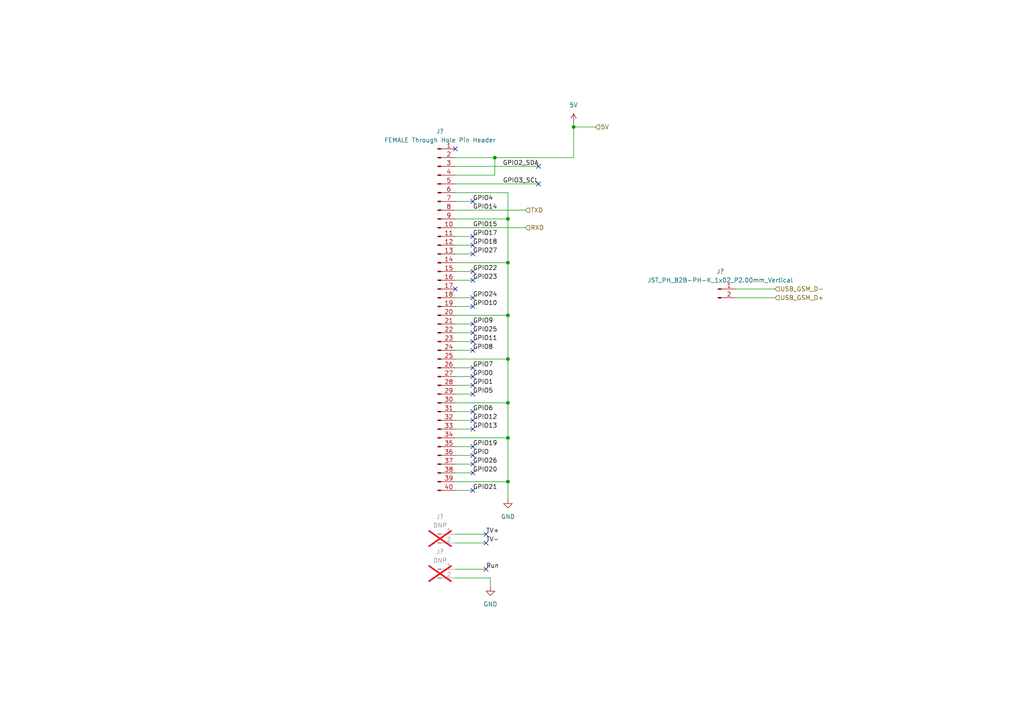
<source format=kicad_sch>
(kicad_sch (version 20230819) (generator eeschema)
  (paper "A4")
  (lib_symbols
    (symbol "Connector:Conn_01x02_Pin" (pin_names (offset 1.016) hide)
      (property "Reference" "J" (at 0 2.54 0))
      (property "Value" "Conn_01x02_Pin" (at 0 -5.08 0))
      (symbol "Conn_01x02_Pin_1_1"
        (polyline (pts (xy 1.27 -2.54) (xy 0.8636 -2.54)) (stroke (width 0.1524)))
        (polyline (pts (xy 1.27 0) (xy 0.8636 0)) (stroke (width 0.1524)))
        (rectangle (start 0.8636 -2.413) (end 0 -2.667) (stroke (width 0.1524)) (fill (type outline)))
        (rectangle (start 0.8636 0.127) (end 0 -0.127) (stroke (width 0.1524)) (fill (type outline)))
        (pin passive line (at 5.08 0 180) (length 3.81) (name "Pin_1") (number "1"))
        (pin passive line (at 5.08 -2.54 180) (length 3.81) (name "Pin_2") (number "2"))
      )
    )
    (symbol "Connector:Conn_01x40_Pin" (pin_names (offset 1.016) hide)
      (property "Reference" "J" (at 0 50.8 0))
      (property "Value" "Conn_01x40_Pin" (at 0 -53.34 0))
      (symbol "Conn_01x40_Pin_1_1"
        (polyline (pts (xy 1.27 -50.8) (xy 0.8636 -50.8)) (stroke (width 0.1524)))
        (polyline (pts (xy 1.27 -48.26) (xy 0.8636 -48.26)) (stroke (width 0.1524)))
        (polyline (pts (xy 1.27 -45.72) (xy 0.8636 -45.72)) (stroke (width 0.1524)))
        (polyline (pts (xy 1.27 -43.18) (xy 0.8636 -43.18)) (stroke (width 0.1524)))
        (polyline (pts (xy 1.27 -40.64) (xy 0.8636 -40.64)) (stroke (width 0.1524)))
        (polyline (pts (xy 1.27 -38.1) (xy 0.8636 -38.1)) (stroke (width 0.1524)))
        (polyline (pts (xy 1.27 -35.56) (xy 0.8636 -35.56)) (stroke (width 0.1524)))
        (polyline (pts (xy 1.27 -33.02) (xy 0.8636 -33.02)) (stroke (width 0.1524)))
        (polyline (pts (xy 1.27 -30.48) (xy 0.8636 -30.48)) (stroke (width 0.1524)))
        (polyline (pts (xy 1.27 -27.94) (xy 0.8636 -27.94)) (stroke (width 0.1524)))
        (polyline (pts (xy 1.27 -25.4) (xy 0.8636 -25.4)) (stroke (width 0.1524)))
        (polyline (pts (xy 1.27 -22.86) (xy 0.8636 -22.86)) (stroke (width 0.1524)))
        (polyline (pts (xy 1.27 -20.32) (xy 0.8636 -20.32)) (stroke (width 0.1524)))
        (polyline (pts (xy 1.27 -17.78) (xy 0.8636 -17.78)) (stroke (width 0.1524)))
        (polyline (pts (xy 1.27 -15.24) (xy 0.8636 -15.24)) (stroke (width 0.1524)))
        (polyline (pts (xy 1.27 -12.7) (xy 0.8636 -12.7)) (stroke (width 0.1524)))
        (polyline (pts (xy 1.27 -10.16) (xy 0.8636 -10.16)) (stroke (width 0.1524)))
        (polyline (pts (xy 1.27 -7.62) (xy 0.8636 -7.62)) (stroke (width 0.1524)))
        (polyline (pts (xy 1.27 -5.08) (xy 0.8636 -5.08)) (stroke (width 0.1524)))
        (polyline (pts (xy 1.27 -2.54) (xy 0.8636 -2.54)) (stroke (width 0.1524)))
        (polyline (pts (xy 1.27 0) (xy 0.8636 0)) (stroke (width 0.1524)))
        (polyline (pts (xy 1.27 2.54) (xy 0.8636 2.54)) (stroke (width 0.1524)))
        (polyline (pts (xy 1.27 5.08) (xy 0.8636 5.08)) (stroke (width 0.1524)))
        (polyline (pts (xy 1.27 7.62) (xy 0.8636 7.62)) (stroke (width 0.1524)))
        (polyline (pts (xy 1.27 10.16) (xy 0.8636 10.16)) (stroke (width 0.1524)))
        (polyline (pts (xy 1.27 12.7) (xy 0.8636 12.7)) (stroke (width 0.1524)))
        (polyline (pts (xy 1.27 15.24) (xy 0.8636 15.24)) (stroke (width 0.1524)))
        (polyline (pts (xy 1.27 17.78) (xy 0.8636 17.78)) (stroke (width 0.1524)))
        (polyline (pts (xy 1.27 20.32) (xy 0.8636 20.32)) (stroke (width 0.1524)))
        (polyline (pts (xy 1.27 22.86) (xy 0.8636 22.86)) (stroke (width 0.1524)))
        (polyline (pts (xy 1.27 25.4) (xy 0.8636 25.4)) (stroke (width 0.1524)))
        (polyline (pts (xy 1.27 27.94) (xy 0.8636 27.94)) (stroke (width 0.1524)))
        (polyline (pts (xy 1.27 30.48) (xy 0.8636 30.48)) (stroke (width 0.1524)))
        (polyline (pts (xy 1.27 33.02) (xy 0.8636 33.02)) (stroke (width 0.1524)))
        (polyline (pts (xy 1.27 35.56) (xy 0.8636 35.56)) (stroke (width 0.1524)))
        (polyline (pts (xy 1.27 38.1) (xy 0.8636 38.1)) (stroke (width 0.1524)))
        (polyline (pts (xy 1.27 40.64) (xy 0.8636 40.64)) (stroke (width 0.1524)))
        (polyline (pts (xy 1.27 43.18) (xy 0.8636 43.18)) (stroke (width 0.1524)))
        (polyline (pts (xy 1.27 45.72) (xy 0.8636 45.72)) (stroke (width 0.1524)))
        (polyline (pts (xy 1.27 48.26) (xy 0.8636 48.26)) (stroke (width 0.1524)))
        (rectangle (start 0.8636 -50.673) (end 0 -50.927) (stroke (width 0.1524)) (fill (type outline)))
        (rectangle (start 0.8636 -48.133) (end 0 -48.387) (stroke (width 0.1524)) (fill (type outline)))
        (rectangle (start 0.8636 -45.593) (end 0 -45.847) (stroke (width 0.1524)) (fill (type outline)))
        (rectangle (start 0.8636 -43.053) (end 0 -43.307) (stroke (width 0.1524)) (fill (type outline)))
        (rectangle (start 0.8636 -40.513) (end 0 -40.767) (stroke (width 0.1524)) (fill (type outline)))
        (rectangle (start 0.8636 -37.973) (end 0 -38.227) (stroke (width 0.1524)) (fill (type outline)))
        (rectangle (start 0.8636 -35.433) (end 0 -35.687) (stroke (width 0.1524)) (fill (type outline)))
        (rectangle (start 0.8636 -32.893) (end 0 -33.147) (stroke (width 0.1524)) (fill (type outline)))
        (rectangle (start 0.8636 -30.353) (end 0 -30.607) (stroke (width 0.1524)) (fill (type outline)))
        (rectangle (start 0.8636 -27.813) (end 0 -28.067) (stroke (width 0.1524)) (fill (type outline)))
        (rectangle (start 0.8636 -25.273) (end 0 -25.527) (stroke (width 0.1524)) (fill (type outline)))
        (rectangle (start 0.8636 -22.733) (end 0 -22.987) (stroke (width 0.1524)) (fill (type outline)))
        (rectangle (start 0.8636 -20.193) (end 0 -20.447) (stroke (width 0.1524)) (fill (type outline)))
        (rectangle (start 0.8636 -17.653) (end 0 -17.907) (stroke (width 0.1524)) (fill (type outline)))
        (rectangle (start 0.8636 -15.113) (end 0 -15.367) (stroke (width 0.1524)) (fill (type outline)))
        (rectangle (start 0.8636 -12.573) (end 0 -12.827) (stroke (width 0.1524)) (fill (type outline)))
        (rectangle (start 0.8636 -10.033) (end 0 -10.287) (stroke (width 0.1524)) (fill (type outline)))
        (rectangle (start 0.8636 -7.493) (end 0 -7.747) (stroke (width 0.1524)) (fill (type outline)))
        (rectangle (start 0.8636 -4.953) (end 0 -5.207) (stroke (width 0.1524)) (fill (type outline)))
        (rectangle (start 0.8636 -2.413) (end 0 -2.667) (stroke (width 0.1524)) (fill (type outline)))
        (rectangle (start 0.8636 0.127) (end 0 -0.127) (stroke (width 0.1524)) (fill (type outline)))
        (rectangle (start 0.8636 2.667) (end 0 2.413) (stroke (width 0.1524)) (fill (type outline)))
        (rectangle (start 0.8636 5.207) (end 0 4.953) (stroke (width 0.1524)) (fill (type outline)))
        (rectangle (start 0.8636 7.747) (end 0 7.493) (stroke (width 0.1524)) (fill (type outline)))
        (rectangle (start 0.8636 10.287) (end 0 10.033) (stroke (width 0.1524)) (fill (type outline)))
        (rectangle (start 0.8636 12.827) (end 0 12.573) (stroke (width 0.1524)) (fill (type outline)))
        (rectangle (start 0.8636 15.367) (end 0 15.113) (stroke (width 0.1524)) (fill (type outline)))
        (rectangle (start 0.8636 17.907) (end 0 17.653) (stroke (width 0.1524)) (fill (type outline)))
        (rectangle (start 0.8636 20.447) (end 0 20.193) (stroke (width 0.1524)) (fill (type outline)))
        (rectangle (start 0.8636 22.987) (end 0 22.733) (stroke (width 0.1524)) (fill (type outline)))
        (rectangle (start 0.8636 25.527) (end 0 25.273) (stroke (width 0.1524)) (fill (type outline)))
        (rectangle (start 0.8636 28.067) (end 0 27.813) (stroke (width 0.1524)) (fill (type outline)))
        (rectangle (start 0.8636 30.607) (end 0 30.353) (stroke (width 0.1524)) (fill (type outline)))
        (rectangle (start 0.8636 33.147) (end 0 32.893) (stroke (width 0.1524)) (fill (type outline)))
        (rectangle (start 0.8636 35.687) (end 0 35.433) (stroke (width 0.1524)) (fill (type outline)))
        (rectangle (start 0.8636 38.227) (end 0 37.973) (stroke (width 0.1524)) (fill (type outline)))
        (rectangle (start 0.8636 40.767) (end 0 40.513) (stroke (width 0.1524)) (fill (type outline)))
        (rectangle (start 0.8636 43.307) (end 0 43.053) (stroke (width 0.1524)) (fill (type outline)))
        (rectangle (start 0.8636 45.847) (end 0 45.593) (stroke (width 0.1524)) (fill (type outline)))
        (rectangle (start 0.8636 48.387) (end 0 48.133) (stroke (width 0.1524)) (fill (type outline)))
        (pin passive line (at 5.08 48.26 180) (length 3.81) (name "Pin_1") (number "1"))
        (pin passive line (at 5.08 25.4 180) (length 3.81) (name "Pin_10") (number "10"))
        (pin passive line (at 5.08 22.86 180) (length 3.81) (name "Pin_11") (number "11"))
        (pin passive line (at 5.08 20.32 180) (length 3.81) (name "Pin_12") (number "12"))
        (pin passive line (at 5.08 17.78 180) (length 3.81) (name "Pin_13") (number "13"))
        (pin passive line (at 5.08 15.24 180) (length 3.81) (name "Pin_14") (number "14"))
        (pin passive line (at 5.08 12.7 180) (length 3.81) (name "Pin_15") (number "15"))
        (pin passive line (at 5.08 10.16 180) (length 3.81) (name "Pin_16") (number "16"))
        (pin passive line (at 5.08 7.62 180) (length 3.81) (name "Pin_17") (number "17"))
        (pin passive line (at 5.08 5.08 180) (length 3.81) (name "Pin_18") (number "18"))
        (pin passive line (at 5.08 2.54 180) (length 3.81) (name "Pin_19") (number "19"))
        (pin passive line (at 5.08 45.72 180) (length 3.81) (name "Pin_2") (number "2"))
        (pin passive line (at 5.08 0 180) (length 3.81) (name "Pin_20") (number "20"))
        (pin passive line (at 5.08 -2.54 180) (length 3.81) (name "Pin_21") (number "21"))
        (pin passive line (at 5.08 -5.08 180) (length 3.81) (name "Pin_22") (number "22"))
        (pin passive line (at 5.08 -7.62 180) (length 3.81) (name "Pin_23") (number "23"))
        (pin passive line (at 5.08 -10.16 180) (length 3.81) (name "Pin_24") (number "24"))
        (pin passive line (at 5.08 -12.7 180) (length 3.81) (name "Pin_25") (number "25"))
        (pin passive line (at 5.08 -15.24 180) (length 3.81) (name "Pin_26") (number "26"))
        (pin passive line (at 5.08 -17.78 180) (length 3.81) (name "Pin_27") (number "27"))
        (pin passive line (at 5.08 -20.32 180) (length 3.81) (name "Pin_28") (number "28"))
        (pin passive line (at 5.08 -22.86 180) (length 3.81) (name "Pin_29") (number "29"))
        (pin passive line (at 5.08 43.18 180) (length 3.81) (name "Pin_3") (number "3"))
        (pin passive line (at 5.08 -25.4 180) (length 3.81) (name "Pin_30") (number "30"))
        (pin passive line (at 5.08 -27.94 180) (length 3.81) (name "Pin_31") (number "31"))
        (pin passive line (at 5.08 -30.48 180) (length 3.81) (name "Pin_32") (number "32"))
        (pin passive line (at 5.08 -33.02 180) (length 3.81) (name "Pin_33") (number "33"))
        (pin passive line (at 5.08 -35.56 180) (length 3.81) (name "Pin_34") (number "34"))
        (pin passive line (at 5.08 -38.1 180) (length 3.81) (name "Pin_35") (number "35"))
        (pin passive line (at 5.08 -40.64 180) (length 3.81) (name "Pin_36") (number "36"))
        (pin passive line (at 5.08 -43.18 180) (length 3.81) (name "Pin_37") (number "37"))
        (pin passive line (at 5.08 -45.72 180) (length 3.81) (name "Pin_38") (number "38"))
        (pin passive line (at 5.08 -48.26 180) (length 3.81) (name "Pin_39") (number "39"))
        (pin passive line (at 5.08 40.64 180) (length 3.81) (name "Pin_4") (number "4"))
        (pin passive line (at 5.08 -50.8 180) (length 3.81) (name "Pin_40") (number "40"))
        (pin passive line (at 5.08 38.1 180) (length 3.81) (name "Pin_5") (number "5"))
        (pin passive line (at 5.08 35.56 180) (length 3.81) (name "Pin_6") (number "6"))
        (pin passive line (at 5.08 33.02 180) (length 3.81) (name "Pin_7") (number "7"))
        (pin passive line (at 5.08 30.48 180) (length 3.81) (name "Pin_8") (number "8"))
        (pin passive line (at 5.08 27.94 180) (length 3.81) (name "Pin_9") (number "9"))
      )
    )
    (symbol "power:+1V0" (power) (pin_names (offset 0))
      (property "Value" "+1V0" (at 0 3.556 0))
      (symbol "+1V0_0_1"
        (polyline (pts (xy -0.762 1.27) (xy 0 2.54)))
        (polyline (pts (xy 0 0) (xy 0 2.54)))
        (polyline (pts (xy 0 2.54) (xy 0.762 1.27)))
      )
      (symbol "+1V0_1_1"
        (pin power_in line (at 0 0 90) (length 0) hide (name "+1V0") (number "1"))
      )
    )
    (symbol "power:GND" (power) (pin_names (offset 0))
      (property "Value" "GND" (at 0 -3.81 0))
      (symbol "GND_0_1"
        (polyline (pts (xy 0 0) (xy 0 -1.27) (xy 1.27 -1.27) (xy 0 -2.54) (xy -1.27 -1.27) (xy 0 -1.27)))
      )
      (symbol "GND_1_1"
        (pin power_in line (at 0 0 270) (length 0) hide (name "GND") (number "1"))
      )
    )
  )
  (junction (at 147.32 63.5))
  (junction (at 147.32 91.44))
  (junction (at 166.37 36.83))
  (junction (at 143.51 45.72))
  (junction (at 147.32 127))
  (junction (at 147.32 76.2))
  (junction (at 147.32 104.14))
  (junction (at 147.32 139.7))
  (junction (at 147.32 116.84))
  (no_connect (at 137.16 96.52))
  (no_connect (at 137.16 71.12))
  (no_connect (at 132.08 83.82))
  (no_connect (at 137.16 142.24))
  (no_connect (at 137.16 129.54))
  (no_connect (at 156.21 48.26))
  (no_connect (at 137.16 86.36))
  (no_connect (at 137.16 121.92))
  (no_connect (at 140.97 165.1))
  (no_connect (at 137.16 132.08))
  (no_connect (at 137.16 99.06))
  (no_connect (at 137.16 58.42))
  (no_connect (at 137.16 68.58))
  (no_connect (at 156.21 53.34))
  (no_connect (at 137.16 137.16))
  (no_connect (at 137.16 106.68))
  (no_connect (at 137.16 88.9))
  (no_connect (at 140.97 154.94))
  (no_connect (at 137.16 93.98))
  (no_connect (at 137.16 78.74))
  (no_connect (at 137.16 114.3))
  (no_connect (at 137.16 134.62))
  (no_connect (at 137.16 111.76))
  (no_connect (at 140.97 157.48))
  (no_connect (at 137.16 109.22))
  (no_connect (at 137.16 119.38))
  (no_connect (at 137.16 101.6))
  (no_connect (at 137.16 124.46))
  (no_connect (at 137.16 73.66))
  (no_connect (at 132.08 43.18))
  (no_connect (at 137.16 81.28))
  (wire (pts (xy 132.08 55.88) (xy 147.32 55.88)))
  (wire (pts (xy 132.08 73.66) (xy 137.16 73.66)))
  (wire (pts (xy 147.32 91.44) (xy 147.32 76.2)))
  (wire (pts (xy 132.08 167.64) (xy 142.24 167.64)))
  (wire (pts (xy 172.72 36.83) (xy 166.37 36.83)))
  (wire (pts (xy 142.24 170.18) (xy 142.24 167.64)))
  (wire (pts (xy 132.08 81.28) (xy 137.16 81.28)))
  (wire (pts (xy 147.32 139.7) (xy 147.32 127)))
  (wire (pts (xy 132.08 104.14) (xy 147.32 104.14)))
  (wire (pts (xy 132.08 66.04) (xy 152.4 66.04)))
  (wire (pts (xy 143.51 50.8) (xy 143.51 45.72)))
  (wire (pts (xy 213.36 83.82) (xy 224.79 83.82)))
  (wire (pts (xy 132.08 129.54) (xy 137.16 129.54)))
  (wire (pts (xy 140.97 154.94) (xy 132.08 154.94)))
  (wire (pts (xy 147.32 76.2) (xy 147.32 63.5)))
  (wire (pts (xy 132.08 119.38) (xy 137.16 119.38)))
  (wire (pts (xy 132.08 106.68) (xy 137.16 106.68)))
  (wire (pts (xy 147.32 104.14) (xy 147.32 91.44)))
  (wire (pts (xy 132.08 137.16) (xy 137.16 137.16)))
  (wire (pts (xy 132.08 71.12) (xy 137.16 71.12)))
  (wire (pts (xy 147.32 127) (xy 147.32 116.84)))
  (wire (pts (xy 132.08 124.46) (xy 137.16 124.46)))
  (wire (pts (xy 213.36 86.36) (xy 224.79 86.36)))
  (wire (pts (xy 132.08 78.74) (xy 137.16 78.74)))
  (wire (pts (xy 132.08 109.22) (xy 137.16 109.22)))
  (wire (pts (xy 132.08 93.98) (xy 137.16 93.98)))
  (wire (pts (xy 147.32 116.84) (xy 147.32 104.14)))
  (wire (pts (xy 132.08 91.44) (xy 147.32 91.44)))
  (wire (pts (xy 132.08 114.3) (xy 137.16 114.3)))
  (wire (pts (xy 140.97 165.1) (xy 132.08 165.1)))
  (wire (pts (xy 132.08 58.42) (xy 137.16 58.42)))
  (wire (pts (xy 132.08 111.76) (xy 137.16 111.76)))
  (wire (pts (xy 132.08 134.62) (xy 137.16 134.62)))
  (wire (pts (xy 147.32 139.7) (xy 147.32 144.78)))
  (wire (pts (xy 132.08 50.8) (xy 143.51 50.8)))
  (wire (pts (xy 147.32 55.88) (xy 147.32 63.5)))
  (wire (pts (xy 132.08 101.6) (xy 137.16 101.6)))
  (wire (pts (xy 156.21 48.26) (xy 132.08 48.26)))
  (wire (pts (xy 132.08 53.34) (xy 156.21 53.34)))
  (wire (pts (xy 132.08 68.58) (xy 137.16 68.58)))
  (wire (pts (xy 132.08 60.96) (xy 152.4 60.96)))
  (wire (pts (xy 132.08 132.08) (xy 137.16 132.08)))
  (wire (pts (xy 132.08 86.36) (xy 137.16 86.36)))
  (wire (pts (xy 132.08 99.06) (xy 137.16 99.06)))
  (wire (pts (xy 143.51 45.72) (xy 132.08 45.72)))
  (wire (pts (xy 132.08 96.52) (xy 137.16 96.52)))
  (wire (pts (xy 166.37 35.56) (xy 166.37 36.83)))
  (wire (pts (xy 132.08 139.7) (xy 147.32 139.7)))
  (wire (pts (xy 140.97 157.48) (xy 132.08 157.48)))
  (wire (pts (xy 132.08 88.9) (xy 137.16 88.9)))
  (wire (pts (xy 132.08 121.92) (xy 137.16 121.92)))
  (wire (pts (xy 132.08 127) (xy 147.32 127)))
  (wire (pts (xy 147.32 63.5) (xy 132.08 63.5)))
  (wire (pts (xy 132.08 76.2) (xy 147.32 76.2)))
  (wire (pts (xy 132.08 116.84) (xy 147.32 116.84)))
  (wire (pts (xy 166.37 36.83) (xy 166.37 45.72)))
  (wire (pts (xy 132.08 142.24) (xy 137.16 142.24)))
  (wire (pts (xy 166.37 45.72) (xy 143.51 45.72)))
  (label "GPIO2_SDA" (at 156.21 48.26 180))
  (label "GPIO6" (at 137.16 119.38 0))
  (label "GPIO26" (at 137.16 134.62 0))
  (label "GPIO15" (at 137.16 66.04 0))
  (label "GPIO3_SCL" (at 156.21 53.34 180))
  (label "GPIO22" (at 137.16 78.74 0))
  (label "TV+" (at 140.97 154.94 0))
  (label "GPIO4" (at 137.16 58.42 0))
  (label "GPIO13" (at 137.16 124.46 0))
  (label "GPIO8" (at 137.16 101.6 0))
  (label "GPIO20" (at 137.16 137.16 0))
  (label "TV-" (at 140.97 157.48 0))
  (label "GPIO12" (at 137.16 121.92 0))
  (label "GPIO0" (at 137.16 109.22 0))
  (label "GPIO11" (at 137.16 99.06 0))
  (label "GPIO1" (at 137.16 111.76 0))
  (label "GPIO18" (at 137.16 71.12 0))
  (label "Run" (at 140.97 165.1 0))
  (label "GPIO21" (at 137.16 142.24 0))
  (label "GPIO19" (at 137.16 129.54 0))
  (label "GPIO" (at 137.16 132.08 0))
  (label "GPIO14" (at 137.16 60.96 0))
  (label "GPIO25" (at 137.16 96.52 0))
  (label "GPIO24" (at 137.16 86.36 0))
  (label "GPIO5" (at 137.16 114.3 0))
  (label "GPIO17" (at 137.16 68.58 0))
  (label "GPIO7" (at 137.16 106.68 0))
  (label "GPIO10" (at 137.16 88.9 0))
  (label "GPIO23" (at 137.16 81.28 0))
  (label "GPIO9" (at 137.16 93.98 0))
  (label "GPIO27" (at 137.16 73.66 0))
  (hierarchical_label "5V" (shape input) (at 172.72 36.83 0))
  (hierarchical_label "USB_GSM_D+" (shape input) (at 224.79 86.36 0))
  (hierarchical_label "USB_GSM_D-" (shape input) (at 224.79 83.82 0))
  (hierarchical_label "TXD" (shape input) (at 152.4 60.96 0))
  (hierarchical_label "RXD" (shape input) (at 152.4 66.04 0))
  (symbol (lib_id "power:+1V0") (at 166.37 35.56 0) (unit 1)
    (property "Reference" "#PWR011" (effects hide))
    (property "Value" "5V" (at 166.37 30.48 0))
    (property "Description" "Power symbol creates a global label with name \"+1V0\"" (effects hide))
    (instances (project "LM1117" (path "" (reference "#PWR011") (unit 1)) (path "" (reference "#PWR04") (unit 1))) (project "IO_Board" (path "" (reference "#PWR04") (unit 1))))
  )
  (symbol (lib_id "Connector:Conn_01x02_Pin") (at 127 165.1 0) (unit 1) (dnp yes)
    (property "Reference" "J?" (at 127.635 160.02 0))
    (property "Value" "DNP" (at 127.635 162.56 0))
    (property "Footprint" "Connector_PinHeader_2.54mm:PinHeader_1x02_P2.54mm_Vertical" (effects hide))
    (property "Description" "Generic connector, single row, 01x02, script generated" (effects hide))
    (instances (project "LM1117" (path "" (reference "J?") (unit 1)) (path "" (reference "J?") (unit 1))) (project "IO_Board" (path "" (reference "J3") (unit 1))))
  )
  (symbol (lib_id "power:GND") (at 142.24 170.18 0) (unit 1)
    (property "Reference" "#PWR012" (effects hide))
    (property "Value" "GND" (at 142.24 175.26 0))
    (property "Description" "Power symbol creates a global label with name \"GND\" , ground" (effects hide))
    (instances (project "LM1117" (path "" (reference "#PWR012") (unit 1)) (path "" (reference "#PWR01") (unit 1))) (project "IO_Board" (path "" (reference "#PWR039") (unit 1))))
  )
  (symbol (lib_id "power:GND") (at 147.32 144.78 0) (unit 1)
    (property "Reference" "#PWR012" (effects hide))
    (property "Value" "GND" (at 147.32 149.86 0))
    (property "Description" "Power symbol creates a global label with name \"GND\" , ground" (effects hide))
    (instances (project "LM1117" (path "" (reference "#PWR012") (unit 1)) (path "" (reference "#PWR01") (unit 1))) (project "IO_Board" (path "" (reference "#PWR03") (unit 1))))
  )
  (symbol (lib_id "Connector:Conn_01x40_Pin") (at 127 91.44 0) (unit 1)
    (property "Reference" "J?" (at 127.635 38.1 0))
    (property "Value" "FEMALE Through Hole Pin Header" (at 127.635 40.64 0))
    (property "Footprint" "Library:PinHeader_2x20_P2.54mm_Vertical" (effects hide))
    (property "Description" "Generic connector, single row, 01x40, script generated" (effects hide))
    (property "MPN" "Raspberry Pi Zero" (effects hide))
    (instances (project "LM1117" (path "" (reference "J?") (unit 1)) (path "" (reference "J?") (unit 1))) (project "IO_Board" (path "" (reference "J1") (unit 1))))
  )
  (symbol (lib_id "Connector:Conn_01x02_Pin") (at 208.28 83.82 0) (unit 1)
    (property "Reference" "J?" (at 208.915 78.74 0))
    (property "Value" "JST_PH_B2B-PH-K_1x02_P2.00mm_Vertical" (at 208.915 81.28 0))
    (property "Footprint" "Connector_JST:JST_PH_B2B-PH-K_1x02_P2.00mm_Vertical" (effects hide))
    (property "Description" "Generic connector, single row, 01x02, script generated" (effects hide))
    (property "MPN" "JST_PH_B2B-PH-K_1x02_P2.00mm_Vertical" (effects hide))
    (instances (project "LM1117" (path "" (reference "J?") (unit 1)) (path "" (reference "J?") (unit 1))) (project "IO_Board" (path "" (reference "J4") (unit 1))))
  )
  (symbol (lib_id "Connector:Conn_01x02_Pin") (at 127 154.94 0) (unit 1) (dnp yes)
    (property "Reference" "J?" (at 127.635 149.86 0))
    (property "Value" "DNP" (at 127.635 152.4 0))
    (property "Footprint" "Connector_PinHeader_2.54mm:PinHeader_1x02_P2.54mm_Vertical" (effects hide))
    (property "Description" "Generic connector, single row, 01x02, script generated" (effects hide))
    (instances (project "LM1117" (path "" (reference "J?") (unit 1)) (path "" (reference "J?") (unit 1))) (project "IO_Board" (path "" (reference "J2") (unit 1))))
  )
)
</source>
